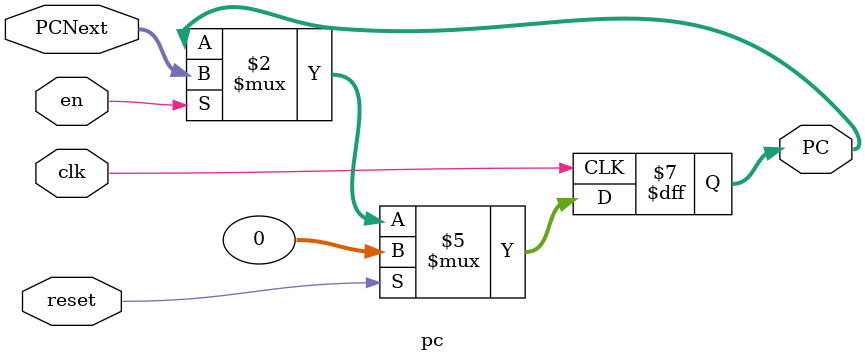
<source format=sv>

module pc
(
  input  logic        clk,
  input  logic        reset,
  input  logic        en,
  input  logic [31:0] PCNext, // Next PC
  output logic [31:0] PC      // PC
);

  always_ff @(posedge clk) begin

    if(reset) begin
      PC <= 32'b0;
    end else

    if(en) begin
      PC <= PCNext;
    end

  end

endmodule

</source>
